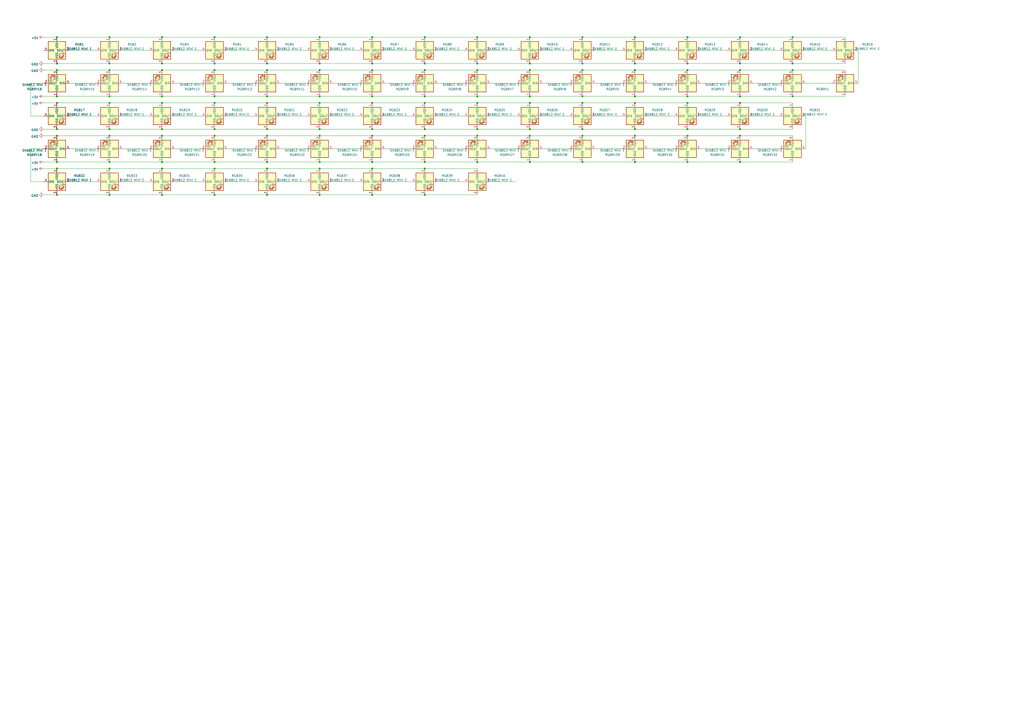
<source format=kicad_sch>
(kicad_sch (version 20211123) (generator eeschema)
  (paper "A2")
  (lib_symbols
    (symbol "LED:WS2812B" (pin_names (offset 0.254))
      (property "Reference" "D" (at 5.08 5.715 0))
      (property "Value" "WS2812B" (at 1.27 -5.715 0))
      (symbol "WS2812B_0_0"
        (text "RGB" (at 2.286 -4.191 0) (effects (font (size 0.762 0.762))))
      )
      (symbol "WS2812B_0_1"
        (polyline (pts (xy 1.27 -3.556) (xy 1.778 -3.556)))
        (polyline (pts (xy 1.27 -2.54) (xy 1.778 -2.54)))
        (polyline (pts (xy 4.699 -3.556) (xy 2.667 -3.556)))
        (polyline (pts (xy 2.286 -2.54) (xy 1.27 -3.556) (xy 1.27 -3.048)))
        (polyline (pts (xy 2.286 -1.524) (xy 1.27 -2.54) (xy 1.27 -2.032)))
        (polyline (pts (xy 3.683 -1.016) (xy 3.683 -3.556) (xy 3.683 -4.064)))
        (polyline (pts (xy 4.699 -1.524) (xy 2.667 -1.524) (xy 3.683 -3.556) (xy 4.699 -1.524)))
        (rectangle (start 5.08 5.08) (end -5.08 -5.08) (stroke (width 0.254)) (fill (type background)))
      )
      (symbol "WS2812B_1_1"
        (pin power_in line (at 0 7.62 270) (length 2.54) (name "VDD") (number "1"))
        (pin output line (at 7.62 0 180) (length 2.54) (name "DOUT") (number "2"))
        (pin power_in line (at 0 -7.62 90) (length 2.54) (name "VSS") (number "3"))
        (pin input line (at -7.62 0 0) (length 2.54) (name "DIN") (number "4"))
      )
    )
    (symbol "power:+5V" (power) (pin_names (offset 0))
      (property "Value" "+5V" (at 0 3.556 0))
      (symbol "+5V_0_1"
        (polyline (pts (xy -0.762 1.27) (xy 0 2.54)))
        (polyline (pts (xy 0 0) (xy 0 2.54)))
        (polyline (pts (xy 0 2.54) (xy 0.762 1.27)))
      )
      (symbol "+5V_1_1"
        (pin power_in line (at 0 0 90) (length 0) hide (name "+5V") (number "1"))
      )
    )
    (symbol "power:GND" (power) (pin_names (offset 0))
      (property "Value" "GND" (at 0 -3.81 0))
      (symbol "GND_0_1"
        (polyline (pts (xy 0 0) (xy 0 -1.27) (xy 1.27 -1.27) (xy 0 -2.54) (xy -1.27 -1.27) (xy 0 -1.27)))
      )
      (symbol "GND_1_1"
        (pin power_in line (at 0 0 270) (length 0) hide (name "GND") (number "1"))
      )
    )
  )
  (junction (at 429.26 36.83))
  (junction (at 124.46 78.74))
  (junction (at 307.34 55.88))
  (junction (at 154.94 74.93))
  (junction (at 154.94 40.64))
  (junction (at 215.9 21.59))
  (junction (at 398.78 59.69))
  (junction (at 459.74 36.83))
  (junction (at 276.86 36.83))
  (junction (at 63.5 74.93))
  (junction (at 246.38 93.98))
  (junction (at 398.78 40.64))
  (junction (at 307.34 78.74))
  (junction (at 429.26 55.88))
  (junction (at 276.86 21.59))
  (junction (at 154.94 55.88))
  (junction (at 429.26 59.69))
  (junction (at 398.78 55.88))
  (junction (at 185.42 55.88))
  (junction (at 63.5 36.83))
  (junction (at 215.9 40.64))
  (junction (at 276.86 78.74))
  (junction (at 368.3 93.98))
  (junction (at 124.46 21.59))
  (junction (at 307.34 40.64))
  (junction (at 33.02 74.93))
  (junction (at 124.46 97.79))
  (junction (at 215.9 74.93))
  (junction (at 307.34 59.69))
  (junction (at 276.86 40.64))
  (junction (at 307.34 74.93))
  (junction (at 307.34 21.59))
  (junction (at 185.42 40.64))
  (junction (at 429.26 40.64))
  (junction (at 33.02 59.69))
  (junction (at 33.02 113.03))
  (junction (at 185.42 21.59))
  (junction (at 368.3 55.88))
  (junction (at 429.26 21.59))
  (junction (at 33.02 55.88))
  (junction (at 124.46 74.93))
  (junction (at 185.42 97.79))
  (junction (at 93.98 93.98))
  (junction (at 337.82 78.74))
  (junction (at 398.78 36.83))
  (junction (at 246.38 113.03))
  (junction (at 154.94 59.69))
  (junction (at 33.02 21.59))
  (junction (at 337.82 21.59))
  (junction (at 368.3 74.93))
  (junction (at 154.94 36.83))
  (junction (at 63.5 55.88))
  (junction (at 398.78 74.93))
  (junction (at 215.9 36.83))
  (junction (at 124.46 55.88))
  (junction (at 185.42 36.83))
  (junction (at 215.9 55.88))
  (junction (at 93.98 78.74))
  (junction (at 246.38 97.79))
  (junction (at 124.46 59.69))
  (junction (at 276.86 59.69))
  (junction (at 337.82 93.98))
  (junction (at 185.42 78.74))
  (junction (at 215.9 113.03))
  (junction (at 246.38 78.74))
  (junction (at 154.94 113.03))
  (junction (at 337.82 59.69))
  (junction (at 246.38 40.64))
  (junction (at 185.42 93.98))
  (junction (at 276.86 93.98))
  (junction (at 276.86 55.88))
  (junction (at 459.74 55.88))
  (junction (at 33.02 93.98))
  (junction (at 459.74 21.59))
  (junction (at 63.5 78.74))
  (junction (at 368.3 78.74))
  (junction (at 93.98 113.03))
  (junction (at 93.98 55.88))
  (junction (at 124.46 36.83))
  (junction (at 93.98 59.69))
  (junction (at 398.78 78.74))
  (junction (at 337.82 36.83))
  (junction (at 337.82 40.64))
  (junction (at 246.38 74.93))
  (junction (at 63.5 59.69))
  (junction (at 246.38 59.69))
  (junction (at 154.94 93.98))
  (junction (at 337.82 55.88))
  (junction (at 63.5 21.59))
  (junction (at 93.98 74.93))
  (junction (at 459.74 40.64))
  (junction (at 33.02 97.79))
  (junction (at 33.02 40.64))
  (junction (at 33.02 78.74))
  (junction (at 63.5 113.03))
  (junction (at 154.94 97.79))
  (junction (at 63.5 97.79))
  (junction (at 93.98 21.59))
  (junction (at 215.9 93.98))
  (junction (at 124.46 113.03))
  (junction (at 429.26 93.98))
  (junction (at 185.42 59.69))
  (junction (at 93.98 97.79))
  (junction (at 307.34 93.98))
  (junction (at 215.9 78.74))
  (junction (at 93.98 40.64))
  (junction (at 398.78 21.59))
  (junction (at 33.02 36.83))
  (junction (at 185.42 74.93))
  (junction (at 215.9 59.69))
  (junction (at 368.3 36.83))
  (junction (at 246.38 21.59))
  (junction (at 368.3 40.64))
  (junction (at 185.42 113.03))
  (junction (at 215.9 97.79))
  (junction (at 368.3 21.59))
  (junction (at 429.26 78.74))
  (junction (at 429.26 74.93))
  (junction (at 93.98 36.83))
  (junction (at 246.38 36.83))
  (junction (at 246.38 55.88))
  (junction (at 124.46 40.64))
  (junction (at 124.46 93.98))
  (junction (at 154.94 78.74))
  (junction (at 154.94 21.59))
  (junction (at 368.3 59.69))
  (junction (at 307.34 36.83))
  (junction (at 63.5 93.98))
  (junction (at 337.82 74.93))
  (junction (at 63.5 40.64))
  (junction (at 276.86 74.93))
  (junction (at 398.78 93.98))
  (wire (pts (xy 147.32 86.36) (xy 132.08 86.36)))
  (wire (pts (xy 330.2 86.36) (xy 314.96 86.36)))
  (wire (pts (xy 63.5 21.59) (xy 93.98 21.59)))
  (wire (pts (xy 215.9 55.88) (xy 185.42 55.88)))
  (wire (pts (xy 337.82 55.88) (xy 307.34 55.88)))
  (wire (pts (xy 71.12 29.21) (xy 86.36 29.21)))
  (wire (pts (xy 124.46 113.03) (xy 154.94 113.03)))
  (wire (pts (xy 391.16 86.36) (xy 375.92 86.36)))
  (wire (pts (xy 482.6 48.26) (xy 467.36 48.26)))
  (wire (pts (xy 17.78 105.41) (xy 25.4 105.41)))
  (wire (pts (xy 93.98 93.98) (xy 63.5 93.98)))
  (wire (pts (xy 276.86 36.83) (xy 307.34 36.83)))
  (wire (pts (xy 254 29.21) (xy 269.24 29.21)))
  (wire (pts (xy 154.94 36.83) (xy 185.42 36.83)))
  (wire (pts (xy 124.46 97.79) (xy 154.94 97.79)))
  (wire (pts (xy 421.64 48.26) (xy 406.4 48.26)))
  (wire (pts (xy 185.42 74.93) (xy 215.9 74.93)))
  (wire (pts (xy 177.8 86.36) (xy 162.56 86.36)))
  (wire (pts (xy 368.3 78.74) (xy 337.82 78.74)))
  (wire (pts (xy 124.46 74.93) (xy 154.94 74.93)))
  (wire (pts (xy 398.78 93.98) (xy 368.3 93.98)))
  (wire (pts (xy 25.4 36.83) (xy 33.02 36.83)))
  (wire (pts (xy 246.38 36.83) (xy 276.86 36.83)))
  (wire (pts (xy 246.38 21.59) (xy 276.86 21.59)))
  (wire (pts (xy 368.3 21.59) (xy 398.78 21.59)))
  (wire (pts (xy 459.74 55.88) (xy 429.26 55.88)))
  (wire (pts (xy 429.26 78.74) (xy 459.74 78.74)))
  (wire (pts (xy 132.08 29.21) (xy 147.32 29.21)))
  (wire (pts (xy 215.9 93.98) (xy 185.42 93.98)))
  (wire (pts (xy 40.64 105.41) (xy 55.88 105.41)))
  (wire (pts (xy 63.5 36.83) (xy 93.98 36.83)))
  (wire (pts (xy 284.48 105.41) (xy 299.72 105.41)))
  (wire (pts (xy 368.3 55.88) (xy 337.82 55.88)))
  (wire (pts (xy 154.94 21.59) (xy 185.42 21.59)))
  (wire (pts (xy 63.5 78.74) (xy 33.02 78.74)))
  (wire (pts (xy 25.4 40.64) (xy 33.02 40.64)))
  (wire (pts (xy 17.78 67.31) (xy 25.4 67.31)))
  (wire (pts (xy 25.4 113.03) (xy 33.02 113.03)))
  (wire (pts (xy 406.4 67.31) (xy 421.64 67.31)))
  (wire (pts (xy 276.86 78.74) (xy 246.38 78.74)))
  (wire (pts (xy 391.16 48.26) (xy 375.92 48.26)))
  (wire (pts (xy 185.42 78.74) (xy 154.94 78.74)))
  (wire (pts (xy 185.42 93.98) (xy 154.94 93.98)))
  (wire (pts (xy 345.44 67.31) (xy 360.68 67.31)))
  (wire (pts (xy 25.4 97.79) (xy 33.02 97.79)))
  (wire (pts (xy 246.38 113.03) (xy 276.86 113.03)))
  (wire (pts (xy 337.82 93.98) (xy 307.34 93.98)))
  (wire (pts (xy 185.42 36.83) (xy 215.9 36.83)))
  (wire (pts (xy 307.34 59.69) (xy 337.82 59.69)))
  (wire (pts (xy 116.84 86.36) (xy 101.6 86.36)))
  (wire (pts (xy 398.78 36.83) (xy 429.26 36.83)))
  (wire (pts (xy 314.96 67.31) (xy 330.2 67.31)))
  (wire (pts (xy 337.82 78.74) (xy 307.34 78.74)))
  (wire (pts (xy 276.86 21.59) (xy 307.34 21.59)))
  (wire (pts (xy 154.94 97.79) (xy 185.42 97.79)))
  (wire (pts (xy 116.84 48.26) (xy 101.6 48.26)))
  (wire (pts (xy 398.78 55.88) (xy 368.3 55.88)))
  (wire (pts (xy 25.4 48.26) (xy 17.78 48.26)))
  (wire (pts (xy 71.12 105.41) (xy 86.36 105.41)))
  (wire (pts (xy 33.02 97.79) (xy 63.5 97.79)))
  (wire (pts (xy 246.38 40.64) (xy 215.9 40.64)))
  (wire (pts (xy 467.36 67.31) (xy 467.36 86.36)))
  (wire (pts (xy 193.04 67.31) (xy 208.28 67.31)))
  (wire (pts (xy 40.64 67.31) (xy 55.88 67.31)))
  (wire (pts (xy 185.42 97.79) (xy 215.9 97.79)))
  (wire (pts (xy 25.4 78.74) (xy 33.02 78.74)))
  (wire (pts (xy 398.78 21.59) (xy 429.26 21.59)))
  (wire (pts (xy 25.4 86.36) (xy 17.78 86.36)))
  (wire (pts (xy 17.78 86.36) (xy 17.78 105.41)))
  (wire (pts (xy 337.82 36.83) (xy 368.3 36.83)))
  (wire (pts (xy 368.3 93.98) (xy 337.82 93.98)))
  (wire (pts (xy 269.24 48.26) (xy 254 48.26)))
  (wire (pts (xy 299.72 48.26) (xy 284.48 48.26)))
  (wire (pts (xy 33.02 40.64) (xy 63.5 40.64)))
  (wire (pts (xy 429.26 93.98) (xy 398.78 93.98)))
  (wire (pts (xy 337.82 40.64) (xy 307.34 40.64)))
  (wire (pts (xy 71.12 67.31) (xy 86.36 67.31)))
  (wire (pts (xy 215.9 97.79) (xy 246.38 97.79)))
  (wire (pts (xy 40.64 29.21) (xy 55.88 29.21)))
  (wire (pts (xy 124.46 21.59) (xy 154.94 21.59)))
  (wire (pts (xy 93.98 78.74) (xy 63.5 78.74)))
  (wire (pts (xy 154.94 78.74) (xy 124.46 78.74)))
  (wire (pts (xy 25.4 59.69) (xy 33.02 59.69)))
  (wire (pts (xy 254 105.41) (xy 269.24 105.41)))
  (wire (pts (xy 223.52 29.21) (xy 238.76 29.21)))
  (wire (pts (xy 132.08 105.41) (xy 147.32 105.41)))
  (wire (pts (xy 452.12 86.36) (xy 436.88 86.36)))
  (wire (pts (xy 33.02 113.03) (xy 63.5 113.03)))
  (wire (pts (xy 25.4 93.98) (xy 33.02 93.98)))
  (wire (pts (xy 314.96 29.21) (xy 330.2 29.21)))
  (wire (pts (xy 238.76 86.36) (xy 223.52 86.36)))
  (wire (pts (xy 215.9 36.83) (xy 246.38 36.83)))
  (wire (pts (xy 93.98 97.79) (xy 124.46 97.79)))
  (wire (pts (xy 490.22 55.88) (xy 459.74 55.88)))
  (wire (pts (xy 25.4 55.88) (xy 33.02 55.88)))
  (wire (pts (xy 124.46 59.69) (xy 154.94 59.69)))
  (wire (pts (xy 63.5 97.79) (xy 93.98 97.79)))
  (wire (pts (xy 215.9 21.59) (xy 246.38 21.59)))
  (wire (pts (xy 215.9 40.64) (xy 185.42 40.64)))
  (wire (pts (xy 284.48 67.31) (xy 299.72 67.31)))
  (wire (pts (xy 368.3 40.64) (xy 337.82 40.64)))
  (wire (pts (xy 246.38 74.93) (xy 276.86 74.93)))
  (wire (pts (xy 154.94 74.93) (xy 185.42 74.93)))
  (wire (pts (xy 254 67.31) (xy 269.24 67.31)))
  (wire (pts (xy 101.6 67.31) (xy 116.84 67.31)))
  (wire (pts (xy 93.98 74.93) (xy 124.46 74.93)))
  (wire (pts (xy 185.42 59.69) (xy 215.9 59.69)))
  (wire (pts (xy 436.88 67.31) (xy 452.12 67.31)))
  (wire (pts (xy 368.3 74.93) (xy 398.78 74.93)))
  (wire (pts (xy 193.04 29.21) (xy 208.28 29.21)))
  (wire (pts (xy 307.34 78.74) (xy 276.86 78.74)))
  (wire (pts (xy 215.9 78.74) (xy 185.42 78.74)))
  (wire (pts (xy 215.9 59.69) (xy 246.38 59.69)))
  (wire (pts (xy 421.64 86.36) (xy 406.4 86.36)))
  (wire (pts (xy 360.68 86.36) (xy 345.44 86.36)))
  (wire (pts (xy 193.04 105.41) (xy 208.28 105.41)))
  (wire (pts (xy 185.42 113.03) (xy 215.9 113.03)))
  (wire (pts (xy 93.98 55.88) (xy 63.5 55.88)))
  (wire (pts (xy 124.46 78.74) (xy 93.98 78.74)))
  (wire (pts (xy 33.02 74.93) (xy 63.5 74.93)))
  (wire (pts (xy 429.26 78.74) (xy 398.78 78.74)))
  (wire (pts (xy 33.02 59.69) (xy 63.5 59.69)))
  (wire (pts (xy 276.86 40.64) (xy 246.38 40.64)))
  (wire (pts (xy 208.28 86.36) (xy 193.04 86.36)))
  (wire (pts (xy 276.86 93.98) (xy 246.38 93.98)))
  (wire (pts (xy 25.4 21.59) (xy 33.02 21.59)))
  (wire (pts (xy 154.94 93.98) (xy 124.46 93.98)))
  (wire (pts (xy 33.02 36.83) (xy 63.5 36.83)))
  (wire (pts (xy 452.12 48.26) (xy 436.88 48.26)))
  (wire (pts (xy 63.5 74.93) (xy 93.98 74.93)))
  (wire (pts (xy 269.24 86.36) (xy 254 86.36)))
  (wire (pts (xy 162.56 105.41) (xy 177.8 105.41)))
  (wire (pts (xy 375.92 67.31) (xy 391.16 67.31)))
  (wire (pts (xy 307.34 40.64) (xy 276.86 40.64)))
  (wire (pts (xy 459.74 93.98) (xy 429.26 93.98)))
  (wire (pts (xy 147.32 48.26) (xy 132.08 48.26)))
  (wire (pts (xy 124.46 40.64) (xy 93.98 40.64)))
  (wire (pts (xy 25.4 74.93) (xy 33.02 74.93)))
  (wire (pts (xy 154.94 55.88) (xy 124.46 55.88)))
  (wire (pts (xy 93.98 59.69) (xy 124.46 59.69)))
  (wire (pts (xy 93.98 40.64) (xy 63.5 40.64)))
  (wire (pts (xy 284.48 29.21) (xy 299.72 29.21)))
  (wire (pts (xy 33.02 55.88) (xy 63.5 55.88)))
  (wire (pts (xy 33.02 21.59) (xy 63.5 21.59)))
  (wire (pts (xy 360.68 48.26) (xy 345.44 48.26)))
  (wire (pts (xy 398.78 78.74) (xy 368.3 78.74)))
  (wire (pts (xy 459.74 40.64) (xy 490.22 40.64)))
  (wire (pts (xy 246.38 97.79) (xy 276.86 97.79)))
  (wire (pts (xy 124.46 55.88) (xy 93.98 55.88)))
  (wire (pts (xy 307.34 36.83) (xy 337.82 36.83)))
  (wire (pts (xy 307.34 74.93) (xy 337.82 74.93)))
  (wire (pts (xy 246.38 93.98) (xy 215.9 93.98)))
  (wire (pts (xy 459.74 36.83) (xy 490.22 36.83)))
  (wire (pts (xy 429.26 40.64) (xy 398.78 40.64)))
  (wire (pts (xy 223.52 67.31) (xy 238.76 67.31)))
  (wire (pts (xy 55.88 86.36) (xy 40.64 86.36)))
  (wire (pts (xy 177.8 48.26) (xy 162.56 48.26)))
  (wire (pts (xy 299.72 86.36) (xy 284.48 86.36)))
  (wire (pts (xy 215.9 113.03) (xy 246.38 113.03)))
  (wire (pts (xy 215.9 74.93) (xy 246.38 74.93)))
  (wire (pts (xy 124.46 36.83) (xy 154.94 36.83)))
  (wire (pts (xy 154.94 59.69) (xy 185.42 59.69)))
  (wire (pts (xy 55.88 48.26) (xy 40.64 48.26)))
  (wire (pts (xy 307.34 21.59) (xy 337.82 21.59)))
  (wire (pts (xy 185.42 21.59) (xy 215.9 21.59)))
  (wire (pts (xy 208.28 48.26) (xy 193.04 48.26)))
  (wire (pts (xy 17.78 48.26) (xy 17.78 67.31)))
  (wire (pts (xy 154.94 113.03) (xy 185.42 113.03)))
  (wire (pts (xy 101.6 105.41) (xy 116.84 105.41)))
  (wire (pts (xy 345.44 29.21) (xy 360.68 29.21)))
  (wire (pts (xy 101.6 29.21) (xy 116.84 29.21)))
  (wire (pts (xy 337.82 59.69) (xy 368.3 59.69)))
  (wire (pts (xy 398.78 40.64) (xy 368.3 40.64)))
  (wire (pts (xy 162.56 67.31) (xy 177.8 67.31)))
  (wire (pts (xy 124.46 93.98) (xy 93.98 93.98)))
  (wire (pts (xy 86.36 86.36) (xy 71.12 86.36)))
  (wire (pts (xy 429.26 21.59) (xy 459.74 21.59)))
  (wire (pts (xy 337.82 74.93) (xy 368.3 74.93)))
  (wire (pts (xy 185.42 55.88) (xy 154.94 55.88)))
  (wire (pts (xy 63.5 113.03) (xy 93.98 113.03)))
  (wire (pts (xy 246.38 78.74) (xy 215.9 78.74)))
  (wire (pts (xy 132.08 67.31) (xy 147.32 67.31)))
  (wire (pts (xy 459.74 21.59) (xy 490.22 21.59)))
  (wire (pts (xy 436.88 29.21) (xy 452.12 29.21)))
  (wire (pts (xy 246.38 55.88) (xy 215.9 55.88)))
  (wire (pts (xy 93.98 36.83) (xy 124.46 36.83)))
  (wire (pts (xy 307.34 55.88) (xy 276.86 55.88)))
  (wire (pts (xy 246.38 59.69) (xy 276.86 59.69)))
  (wire (pts (xy 63.5 59.69) (xy 93.98 59.69)))
  (wire (pts (xy 154.94 40.64) (xy 124.46 40.64)))
  (wire (pts (xy 93.98 113.03) (xy 124.46 113.03)))
  (wire (pts (xy 429.26 36.83) (xy 459.74 36.83)))
  (wire (pts (xy 497.84 29.21) (xy 497.84 48.26)))
  (wire (pts (xy 63.5 93.98) (xy 33.02 93.98)))
  (wire (pts (xy 368.3 59.69) (xy 398.78 59.69)))
  (wire (pts (xy 398.78 59.69) (xy 429.26 59.69)))
  (wire (pts (xy 307.34 93.98) (xy 276.86 93.98)))
  (wire (pts (xy 429.26 59.69) (xy 459.74 59.69)))
  (wire (pts (xy 86.36 48.26) (xy 71.12 48.26)))
  (wire (pts (xy 330.2 48.26) (xy 314.96 48.26)))
  (wire (pts (xy 467.36 29.21) (xy 482.6 29.21)))
  (wire (pts (xy 276.86 55.88) (xy 246.38 55.88)))
  (wire (pts (xy 238.76 48.26) (xy 223.52 48.26)))
  (wire (pts (xy 406.4 29.21) (xy 421.64 29.21)))
  (wire (pts (xy 429.26 74.93) (xy 459.74 74.93)))
  (wire (pts (xy 368.3 36.83) (xy 398.78 36.83)))
  (wire (pts (xy 93.98 21.59) (xy 124.46 21.59)))
  (wire (pts (xy 375.92 29.21) (xy 391.16 29.21)))
  (wire (pts (xy 276.86 59.69) (xy 307.34 59.69)))
  (wire (pts (xy 429.26 55.88) (xy 398.78 55.88)))
  (wire (pts (xy 223.52 105.41) (xy 238.76 105.41)))
  (wire (pts (xy 185.42 40.64) (xy 154.94 40.64)))
  (wire (pts (xy 459.74 40.64) (xy 429.26 40.64)))
  (wire (pts (xy 162.56 29.21) (xy 177.8 29.21)))
  (wire (pts (xy 276.86 74.93) (xy 307.34 74.93)))
  (wire (pts (xy 398.78 74.93) (xy 429.26 74.93)))
  (wire (pts (xy 337.82 21.59) (xy 368.3 21.59)))
  (symbol (lib_id "LED:WS2812B") (at 124.46 48.26 180) (unit 1)
    (property "Reference" "RGBRV13" (at 111.4327 51.7184 0))
    (property "Value" "SK6812 Mini E" (at 111.4327 49.1815 0))
    (property "Footprint" "ebastler-keyboard-parts:MX_SK6812MINI-E" (effects hide))
    (property "Datasheet" "https://cdn-shop.adafruit.com/datasheets/WS2812B.pdf" (effects hide))
  )
  (symbol (lib_id "LED:WS2812B") (at 124.46 29.21 0) (unit 1)
    (property "Reference" "RGB4" (at 137.4873 25.7516 0))
    (property "Value" "SK6812 Mini E" (at 137.4873 28.2885 0))
    (property "Footprint" "ebastler-keyboard-parts:MX_SK6812MINI-E_REV" (effects hide))
    (property "Datasheet" "https://cdn-shop.adafruit.com/datasheets/WS2812B.pdf" (effects hide))
  )
  (symbol (lib_id "LED:WS2812B") (at 215.9 67.31 0) (unit 1)
    (property "Reference" "RGB23" (at 228.9273 63.8516 0))
    (property "Value" "SK6812 Mini E" (at 228.9273 66.3885 0))
    (property "Footprint" "ebastler-keyboard-parts:MX_SK6812MINI-E_REV" (effects hide))
    (property "Datasheet" "https://cdn-shop.adafruit.com/datasheets/WS2812B.pdf" (effects hide))
  )
  (symbol (lib_id "LED:WS2812B") (at 215.9 86.36 180) (unit 1)
    (property "Reference" "RGBRV24" (at 202.8727 89.8184 0))
    (property "Value" "SK6812 Mini E" (at 202.8727 87.2815 0))
    (property "Footprint" "ebastler-keyboard-parts:MX_SK6812MINI-E" (effects hide))
    (property "Datasheet" "https://cdn-shop.adafruit.com/datasheets/WS2812B.pdf" (effects hide))
  )
  (symbol (lib_id "LED:WS2812B") (at 33.02 29.21 0) (unit 1)
    (property "Reference" "RGB1" (at 46.0473 25.7516 0))
    (property "Value" "SK6812 Mini E" (at 46.0473 28.2885 0))
    (property "Footprint" "ebastler-keyboard-parts:MX_SK6812MINI-E_REV" (effects hide))
    (property "Datasheet" "https://cdn-shop.adafruit.com/datasheets/WS2812B.pdf" (effects hide))
  )
  (symbol (lib_id "LED:WS2812B") (at 429.26 48.26 180) (unit 1)
    (property "Reference" "RGBRV3" (at 416.2327 51.7184 0))
    (property "Value" "SK6812 Mini E" (at 416.2327 49.1815 0))
    (property "Footprint" "ebastler-keyboard-parts:MX_SK6812MINI-E" (effects hide))
    (property "Datasheet" "https://cdn-shop.adafruit.com/datasheets/WS2812B.pdf" (effects hide))
  )
  (symbol (lib_id "LED:WS2812B") (at 246.38 29.21 0) (unit 1)
    (property "Reference" "RGB8" (at 259.4073 25.7516 0))
    (property "Value" "SK6812 Mini E" (at 259.4073 28.2885 0))
    (property "Footprint" "ebastler-keyboard-parts:MX_SK6812MINI-E_REV" (effects hide))
    (property "Datasheet" "https://cdn-shop.adafruit.com/datasheets/WS2812B.pdf" (effects hide))
  )
  (symbol (lib_id "LED:WS2812B") (at 307.34 29.21 0) (unit 1)
    (property "Reference" "RGB10" (at 320.3673 25.7516 0))
    (property "Value" "SK6812 Mini E" (at 320.3673 28.2885 0))
    (property "Footprint" "ebastler-keyboard-parts:MX_SK6812MINI-E_REV" (effects hide))
    (property "Datasheet" "https://cdn-shop.adafruit.com/datasheets/WS2812B.pdf" (effects hide))
  )
  (symbol (lib_id "LED:WS2812B") (at 33.02 105.41 0) (unit 1)
    (property "Reference" "RGB32" (at 46.0473 101.9516 0))
    (property "Value" "SK6812 Mini E" (at 46.0473 104.4885 0))
    (property "Footprint" "ebastler-keyboard-parts:MX_SK6812MINI-E_REV" (effects hide))
    (property "Datasheet" "https://cdn-shop.adafruit.com/datasheets/WS2812B.pdf" (effects hide))
  )
  (symbol (lib_id "LED:WS2812B") (at 215.9 29.21 0) (unit 1)
    (property "Reference" "RGB7" (at 228.9273 25.7516 0))
    (property "Value" "SK6812 Mini E" (at 228.9273 28.2885 0))
    (property "Footprint" "ebastler-keyboard-parts:MX_SK6812MINI-E_REV" (effects hide))
    (property "Datasheet" "https://cdn-shop.adafruit.com/datasheets/WS2812B.pdf" (effects hide))
  )
  (symbol (lib_id "LED:WS2812B") (at 246.38 67.31 0) (unit 1)
    (property "Reference" "RGB24" (at 259.4073 63.8516 0))
    (property "Value" "SK6812 Mini E" (at 259.4073 66.3885 0))
    (property "Footprint" "ebastler-keyboard-parts:MX_SK6812MINI-E_REV" (effects hide))
    (property "Datasheet" "https://cdn-shop.adafruit.com/datasheets/WS2812B.pdf" (effects hide))
  )
  (symbol (lib_id "LED:WS2812B") (at 368.3 29.21 0) (unit 1)
    (property "Reference" "RGB12" (at 381.3273 25.7516 0))
    (property "Value" "SK6812 Mini E" (at 381.3273 28.2885 0))
    (property "Footprint" "ebastler-keyboard-parts:MX_SK6812MINI-E_REV" (effects hide))
    (property "Datasheet" "https://cdn-shop.adafruit.com/datasheets/WS2812B.pdf" (effects hide))
  )
  (symbol (lib_id "LED:WS2812B") (at 337.82 48.26 180) (unit 1)
    (property "Reference" "RGBRV6" (at 324.7927 51.7184 0))
    (property "Value" "SK6812 Mini E" (at 324.7927 49.1815 0))
    (property "Footprint" "ebastler-keyboard-parts:MX_SK6812MINI-E" (effects hide))
    (property "Datasheet" "https://cdn-shop.adafruit.com/datasheets/WS2812B.pdf" (effects hide))
  )
  (symbol (lib_id "LED:WS2812B") (at 185.42 29.21 0) (unit 1)
    (property "Reference" "RGB6" (at 198.4473 25.7516 0))
    (property "Value" "SK6812 Mini E" (at 198.4473 28.2885 0))
    (property "Footprint" "ebastler-keyboard-parts:MX_SK6812MINI-E_REV" (effects hide))
    (property "Datasheet" "https://cdn-shop.adafruit.com/datasheets/WS2812B.pdf" (effects hide))
  )
  (symbol (lib_id "LED:WS2812B") (at 490.22 48.26 180) (unit 1)
    (property "Reference" "RGBRV1" (at 477.1927 51.7184 0))
    (property "Datasheet" "https://cdn-shop.adafruit.com/datasheets/WS2812B.pdf" (effects hide))
  )
  (symbol (lib_id "LED:WS2812B") (at 185.42 48.26 180) (unit 1)
    (property "Reference" "RGBRV11" (at 172.3927 51.7184 0))
    (property "Value" "SK6812 Mini E" (at 172.3927 49.1815 0))
    (property "Footprint" "ebastler-keyboard-parts:MX_SK6812MINI-E" (effects hide))
    (property "Datasheet" "https://cdn-shop.adafruit.com/datasheets/WS2812B.pdf" (effects hide))
  )
  (symbol (lib_id "LED:WS2812B") (at 154.94 67.31 0) (unit 1)
    (property "Reference" "RGB21" (at 167.9673 63.8516 0))
    (property "Value" "SK6812 Mini E" (at 167.9673 66.3885 0))
    (property "Footprint" "ebastler-keyboard-parts:MX_SK6812MINI-E_REV" (effects hide))
    (property "Datasheet" "https://cdn-shop.adafruit.com/datasheets/WS2812B.pdf" (effects hide))
  )
  (symbol (lib_id "LED:WS2812B") (at 246.38 48.26 180) (unit 1)
    (property "Reference" "RGBRV9" (at 233.3527 51.7184 0))
    (property "Value" "SK6812 Mini E" (at 233.3527 49.1815 0))
    (property "Footprint" "ebastler-keyboard-parts:MX_SK6812MINI-E" (effects hide))
    (property "Datasheet" "https://cdn-shop.adafruit.com/datasheets/WS2812B.pdf" (effects hide))
  )
  (symbol (lib_id "power:GND") (at 25.4 113.03 270) (unit 1)
    (property "Reference" "#PWR0106" (effects hide))
    (property "Value" "GND" (at 22.2251 113.4638 90) (effects (justify right)))
  )
  (symbol (lib_id "LED:WS2812B") (at 398.78 67.31 0) (unit 1)
    (property "Reference" "RGB29" (at 411.8073 63.8516 0))
    (property "Value" "SK6812 Mini E" (at 411.8073 66.3885 0))
    (property "Footprint" "ebastler-keyboard-parts:MX_SK6812MINI-E_REV" (effects hide))
    (property "Datasheet" "https://cdn-shop.adafruit.com/datasheets/WS2812B.pdf" (effects hide))
  )
  (symbol (lib_id "LED:WS2812B") (at 215.9 48.26 180) (unit 1)
    (property "Reference" "RGBRV10" (at 202.8727 51.7184 0))
    (property "Value" "SK6812 Mini E" (at 202.8727 49.1815 0))
    (property "Footprint" "ebastler-keyboard-parts:MX_SK6812MINI-E" (effects hide))
    (property "Datasheet" "https://cdn-shop.adafruit.com/datasheets/WS2812B.pdf" (effects hide))
  )
  (symbol (lib_id "LED:WS2812B") (at 459.74 48.26 180) (unit 1)
    (property "Reference" "RGBRV2" (at 446.7127 51.7184 0))
    (property "Value" "SK6812 Mini E" (at 446.7127 49.1815 0))
    (property "Footprint" "ebastler-keyboard-parts:MX_SK6812MINI-E" (effects hide))
    (property "Datasheet" "https://cdn-shop.adafruit.com/datasheets/WS2812B.pdf" (effects hide))
  )
  (symbol (lib_id "LED:WS2812B") (at 307.34 86.36 180) (unit 1)
    (property "Reference" "RGBRV27" (at 294.3127 89.8184 0))
    (property "Value" "SK6812 Mini E" (at 294.3127 87.2815 0))
    (property "Footprint" "ebastler-keyboard-parts:MX_SK6812MINI-E" (effects hide))
    (property "Datasheet" "https://cdn-shop.adafruit.com/datasheets/WS2812B.pdf" (effects hide))
  )
  (symbol (lib_id "power:+5V") (at 25.4 97.79 90) (unit 1)
    (property "Reference" "#PWR0105" (effects hide))
    (property "Value" "+5V" (at 22.2251 98.2238 90) (effects (justify left)))
  )
  (symbol (lib_id "power:+5V") (at 25.4 59.69 90) (unit 1)
    (property "Reference" "#PWR0102" (effects hide))
    (property "Value" "+5V" (at 22.2251 60.1238 90) (effects (justify left)))
  )
  (symbol (lib_id "LED:WS2812B") (at 276.86 67.31 0) (unit 1)
    (property "Reference" "RGB25" (at 289.8873 63.8516 0))
    (property "Value" "SK6812 Mini E" (at 289.8873 66.3885 0))
    (property "Footprint" "ebastler-keyboard-parts:MX_SK6812MINI-E_REV" (effects hide))
    (property "Datasheet" "https://cdn-shop.adafruit.com/datasheets/WS2812B.pdf" (effects hide))
  )
  (symbol (lib_id "LED:WS2812B") (at 459.74 29.21 0) (unit 1)
    (property "Reference" "RGB15" (at 472.7673 25.7516 0))
    (property "Value" "SK6812 Mini E" (at 472.7673 28.2885 0))
    (property "Footprint" "ebastler-keyboard-parts:MX_SK6812MINI-E_REV" (effects hide))
    (property "Datasheet" "https://cdn-shop.adafruit.com/datasheets/WS2812B.pdf" (effects hide))
  )
  (symbol (lib_id "LED:WS2812B") (at 398.78 29.21 0) (unit 1)
    (property "Reference" "RGB13" (at 411.8073 25.7516 0))
    (property "Value" "SK6812 Mini E" (at 411.8073 28.2885 0))
    (property "Footprint" "ebastler-keyboard-parts:MX_SK6812MINI-E_REV" (effects hide))
    (property "Datasheet" "https://cdn-shop.adafruit.com/datasheets/WS2812B.pdf" (effects hide))
  )
  (symbol (lib_id "LED:WS2812B") (at 63.5 105.41 0) (unit 1)
    (property "Reference" "RGB33" (at 76.5273 101.9516 0))
    (property "Value" "SK6812 Mini E" (at 76.5273 104.4885 0))
    (property "Footprint" "ebastler-keyboard-parts:MX_SK6812MINI-E_REV" (effects hide))
    (property "Datasheet" "https://cdn-shop.adafruit.com/datasheets/WS2812B.pdf" (effects hide))
  )
  (symbol (lib_id "LED:WS2812B") (at 246.38 86.36 180) (unit 1)
    (property "Reference" "RGBRV25" (at 233.3527 89.8184 0))
    (property "Value" "SK6812 Mini E" (at 233.3527 87.2815 0))
    (property "Footprint" "ebastler-keyboard-parts:MX_SK6812MINI-E" (effects hide))
    (property "Datasheet" "https://cdn-shop.adafruit.com/datasheets/WS2812B.pdf" (effects hide))
  )
  (symbol (lib_id "LED:WS2812B") (at 337.82 86.36 180) (unit 1)
    (property "Reference" "RGBRV28" (at 324.7927 89.8184 0))
    (property "Value" "SK6812 Mini E" (at 324.7927 87.2815 0))
    (property "Footprint" "ebastler-keyboard-parts:MX_SK6812MINI-E" (effects hide))
    (property "Datasheet" "https://cdn-shop.adafruit.com/datasheets/WS2812B.pdf" (effects hide))
  )
  (symbol (lib_id "LED:WS2812B") (at 185.42 67.31 0) (unit 1)
    (property "Reference" "RGB22" (at 198.4473 63.8516 0))
    (property "Value" "SK6812 Mini E" (at 198.4473 66.3885 0))
    (property "Footprint" "ebastler-keyboard-parts:MX_SK6812MINI-E_REV" (effects hide))
    (property "Datasheet" "https://cdn-shop.adafruit.com/datasheets/WS2812B.pdf" (effects hide))
  )
  (symbol (lib_id "LED:WS2812B") (at 215.9 105.41 0) (unit 1)
    (property "Reference" "RGB38" (at 228.9273 101.9516 0))
    (property "Value" "SK6812 Mini E" (at 228.9273 104.4885 0))
    (property "Footprint" "ebastler-keyboard-parts:MX_SK6812MINI-E_REV" (effects hide))
    (property "Datasheet" "https://cdn-shop.adafruit.com/datasheets/WS2812B.pdf" (effects hide))
  )
  (symbol (lib_id "LED:WS2812B") (at 429.26 29.21 0) (unit 1)
    (property "Reference" "RGB14" (at 442.2873 25.7516 0))
    (property "Value" "SK6812 Mini E" (at 442.2873 28.2885 0))
    (property "Footprint" "ebastler-keyboard-parts:MX_SK6812MINI-E_REV" (effects hide))
    (property "Datasheet" "https://cdn-shop.adafruit.com/datasheets/WS2812B.pdf" (effects hide))
  )
  (symbol (lib_id "LED:WS2812B") (at 63.5 29.21 0) (unit 1)
    (property "Reference" "RGB2" (at 76.5273 25.7516 0))
    (property "Value" "SK6812 Mini E" (at 76.5273 28.2885 0))
    (property "Footprint" "ebastler-keyboard-parts:MX_SK6812MINI-E_REV" (effects hide))
    (property "Datasheet" "https://cdn-shop.adafruit.com/datasheets/WS2812B.pdf" (effects hide))
  )
  (symbol (lib_id "LED:WS2812B") (at 154.94 48.26 180) (unit 1)
    (property "Reference" "RGBRV12" (at 141.9127 51.7184 0))
    (property "Value" "SK6812 Mini E" (at 141.9127 49.1815 0))
    (property "Footprint" "ebastler-keyboard-parts:MX_SK6812MINI-E" (effects hide))
    (property "Datasheet" "https://cdn-shop.adafruit.com/datasheets/WS2812B.pdf" (effects hide))
  )
  (symbol (lib_id "LED:WS2812B") (at 33.02 67.31 0) (unit 1)
    (property "Reference" "RGB17" (at 46.0473 63.8516 0))
    (property "Value" "SK6812 Mini E" (at 46.0473 66.3885 0))
    (property "Footprint" "ebastler-keyboard-parts:MX_SK6812MINI-E_REV" (effects hide))
    (property "Datasheet" "https://cdn-shop.adafruit.com/datasheets/WS2812B.pdf" (effects hide))
  )
  (symbol (lib_id "LED:WS2812B") (at 490.22 29.21 0) (unit 1)
    (property "Reference" "RGB16" (at 503.2473 25.7516 0))
    (property "Value" "SK6812 Mini E" (at 503.2473 28.2885 0))
    (property "Footprint" "ebastler-keyboard-parts:MX_SK6812MINI-E_REV" (effects hide))
    (property "Datasheet" "https://cdn-shop.adafruit.com/datasheets/WS2812B.pdf" (effects hide))
  )
  (symbol (lib_id "power:+5V") (at 25.4 55.88 90) (unit 1)
    (property "Reference" "#PWR?" (effects hide))
    (property "Value" "+5V" (at 22.2251 56.3138 90) (effects (justify left)))
  )
  (symbol (lib_id "LED:WS2812B") (at 93.98 29.21 0) (unit 1)
    (property "Reference" "RGB3" (at 107.0073 25.7516 0))
    (property "Value" "SK6812 Mini E" (at 107.0073 28.2885 0))
    (property "Footprint" "ebastler-keyboard-parts:MX_SK6812MINI-E_REV" (effects hide))
    (property "Datasheet" "https://cdn-shop.adafruit.com/datasheets/WS2812B.pdf" (effects hide))
  )
  (symbol (lib_id "LED:WS2812B") (at 63.5 86.36 180) (unit 1)
    (property "Reference" "RGBRV19" (at 50.4727 89.8184 0))
    (property "Value" "SK6812 Mini E" (at 50.4727 87.2815 0))
    (property "Footprint" "ebastler-keyboard-parts:MX_SK6812MINI-E" (effects hide))
    (property "Datasheet" "https://cdn-shop.adafruit.com/datasheets/WS2812B.pdf" (effects hide))
  )
  (symbol (lib_id "LED:WS2812B") (at 154.94 29.21 0) (unit 1)
    (property "Reference" "RGB5" (at 167.9673 25.7516 0))
    (property "Value" "SK6812 Mini E" (at 167.9673 28.2885 0))
    (property "Footprint" "ebastler-keyboard-parts:MX_SK6812MINI-E_REV" (effects hide))
    (property "Datasheet" "https://cdn-shop.adafruit.com/datasheets/WS2812B.pdf" (effects hide))
  )
  (symbol (lib_id "LED:WS2812B") (at 33.02 48.26 180) (unit 1)
    (property "Reference" "RGBRV16" (at 19.9927 51.7184 0))
    (property "Value" "SK6812 Mini E" (at 19.9927 49.1815 0))
    (property "Footprint" "ebastler-keyboard-parts:MX_SK6812MINI-E" (effects hide))
    (property "Datasheet" "https://cdn-shop.adafruit.com/datasheets/WS2812B.pdf" (effects hide))
  )
  (symbol (lib_id "LED:WS2812B") (at 429.26 67.31 0) (unit 1)
    (property "Reference" "RGB30" (at 442.2873 63.8516 0))
    (property "Value" "SK6812 Mini E" (at 442.2873 66.3885 0))
    (property "Footprint" "ebastler-keyboard-parts:MX_SK6812MINI-E_REV" (effects hide))
    (property "Datasheet" "https://cdn-shop.adafruit.com/datasheets/WS2812B.pdf" (effects hide))
  )
  (symbol (lib_id "LED:WS2812B") (at 337.82 29.21 0) (unit 1)
    (property "Reference" "RGB11" (at 350.8473 25.7516 0))
    (property "Value" "SK6812 Mini E" (at 350.8473 28.2885 0))
    (property "Footprint" "ebastler-keyboard-parts:MX_SK6812MINI-E_REV" (effects hide))
    (property "Datasheet" "https://cdn-shop.adafruit.com/datasheets/WS2812B.pdf" (effects hide))
  )
  (symbol (lib_id "LED:WS2812B") (at 93.98 67.31 0) (unit 1)
    (property "Reference" "RGB19" (at 107.0073 63.8516 0))
    (property "Value" "SK6812 Mini E" (at 107.0073 66.3885 0))
    (property "Footprint" "ebastler-keyboard-parts:MX_SK6812MINI-E_REV" (effects hide))
    (property "Datasheet" "https://cdn-shop.adafruit.com/datasheets/WS2812B.pdf" (effects hide))
  )
  (symbol (lib_id "LED:WS2812B") (at 368.3 48.26 180) (unit 1)
    (property "Reference" "RGBRV5" (at 355.2727 51.7184 0))
    (property "Value" "SK6812 Mini E" (at 355.2727 49.1815 0))
    (property "Footprint" "ebastler-keyboard-parts:MX_SK6812MINI-E" (effects hide))
    (property "Datasheet" "https://cdn-shop.adafruit.com/datasheets/WS2812B.pdf" (effects hide))
  )
  (symbol (lib_id "LED:WS2812B") (at 368.3 67.31 0) (unit 1)
    (property "Reference" "RGB28" (at 381.3273 63.8516 0))
    (property "Value" "SK6812 Mini E" (at 381.3273 66.3885 0))
    (property "Footprint" "ebastler-keyboard-parts:MX_SK6812MINI-E_REV" (effects hide))
    (property "Datasheet" "https://cdn-shop.adafruit.com/datasheets/WS2812B.pdf" (effects hide))
  )
  (symbol (lib_id "LED:WS2812B") (at 307.34 48.26 180) (unit 1)
    (property "Reference" "RGBRV7" (at 294.3127 51.7184 0))
    (property "Value" "SK6812 Mini E" (at 294.3127 49.1815 0))
    (property "Footprint" "ebastler-keyboard-parts:MX_SK6812MINI-E" (effects hide))
    (property "Datasheet" "https://cdn-shop.adafruit.com/datasheets/WS2812B.pdf" (effects hide))
  )
  (symbol (lib_id "LED:WS2812B") (at 276.86 48.26 180) (unit 1)
    (property "Reference" "RGBRV8" (at 263.8327 51.7184 0))
    (property "Value" "SK6812 Mini E" (at 263.8327 49.1815 0))
    (property "Footprint" "ebastler-keyboard-parts:MX_SK6812MINI-E" (effects hide))
    (property "Datasheet" "https://cdn-shop.adafruit.com/datasheets/WS2812B.pdf" (effects hide))
  )
  (symbol (lib_id "LED:WS2812B") (at 459.74 67.31 0) (unit 1)
    (property "Reference" "RGB31" (at 472.7673 63.8516 0))
    (property "Value" "SK6812 Mini E" (at 472.7673 66.3885 0))
    (property "Footprint" "ebastler-keyboard-parts:MX_SK6812MINI-E_REV" (effects hide))
    (property "Datasheet" "https://cdn-shop.adafruit.com/datasheets/WS2812B.pdf" (effects hide))
  )
  (symbol (lib_id "LED:WS2812B") (at 398.78 48.26 180) (unit 1)
    (property "Reference" "RGBRV4" (at 385.7527 51.7184 0))
    (property "Value" "SK6812 Mini E" (at 385.7527 49.1815 0))
    (property "Footprint" "ebastler-keyboard-parts:MX_SK6812MINI-E" (effects hide))
    (property "Datasheet" "https://cdn-shop.adafruit.com/datasheets/WS2812B.pdf" (effects hide))
  )
  (symbol (lib_id "LED:WS2812B") (at 459.74 86.36 180) (unit 1)
    (property "Reference" "RGBRV32" (at 446.7127 89.8184 0))
    (property "Value" "SK6812 Mini E" (at 446.7127 87.2815 0))
    (property "Footprint" "ebastler-keyboard-parts:MX_SK6812MINI-E" (effects hide))
    (property "Datasheet" "https://cdn-shop.adafruit.com/datasheets/WS2812B.pdf" (effects hide))
  )
  (symbol (lib_id "LED:WS2812B") (at 63.5 67.31 0) (unit 1)
    (property "Reference" "RGB18" (at 76.5273 63.8516 0))
    (property "Value" "SK6812 Mini E" (at 76.5273 66.3885 0))
    (property "Footprint" "ebastler-keyboard-parts:MX_SK6812MINI-E_REV" (effects hide))
    (property "Datasheet" "https://cdn-shop.adafruit.com/datasheets/WS2812B.pdf" (effects hide))
  )
  (symbol (lib_id "LED:WS2812B") (at 93.98 86.36 180) (unit 1)
    (property "Reference" "RGBRV20" (at 80.9527 89.8184 0))
    (property "Value" "SK6812 Mini E" (at 80.9527 87.2815 0))
    (property "Footprint" "ebastler-keyboard-parts:MX_SK6812MINI-E" (effects hide))
    (property "Datasheet" "https://cdn-shop.adafruit.com/datasheets/WS2812B.pdf" (effects hide))
  )
  (symbol (lib_id "power:+5V") (at 25.4 93.98 90) (unit 1)
    (property "Reference" "#PWR?" (effects hide))
    (property "Value" "+5V" (at 22.2251 94.4138 90) (effects (justify left)))
  )
  (symbol (lib_id "LED:WS2812B") (at 246.38 105.41 0) (unit 1)
    (property "Reference" "RGB39" (at 259.4073 101.9516 0))
    (property "Value" "SK6812 Mini E" (at 259.4073 104.4885 0))
    (property "Footprint" "ebastler-keyboard-parts:MX_SK6812MINI-E_REV" (effects hide))
    (property "Datasheet" "https://cdn-shop.adafruit.com/datasheets/WS2812B.pdf" (effects hide))
  )
  (symbol (lib_id "LED:WS2812B") (at 307.34 67.31 0) (unit 1)
    (property "Reference" "RGB26" (at 320.3673 63.8516 0))
    (property "Value" "SK6812 Mini E" (at 320.3673 66.3885 0))
    (property "Footprint" "ebastler-keyboard-parts:MX_SK6812MINI-E_REV" (effects hide))
    (property "Datasheet" "https://cdn-shop.adafruit.com/datasheets/WS2812B.pdf" (effects hide))
  )
  (symbol (lib_id "LED:WS2812B") (at 154.94 86.36 180) (unit 1)
    (property "Reference" "RGBRV22" (at 141.9127 89.8184 0))
    (property "Value" "SK6812 Mini E" (at 141.9127 87.2815 0))
    (property "Footprint" "ebastler-keyboard-parts:MX_SK6812MINI-E" (effects hide))
    (property "Datasheet" "https://cdn-shop.adafruit.com/datasheets/WS2812B.pdf" (effects hide))
  )
  (symbol (lib_id "LED:WS2812B") (at 276.86 105.41 0) (unit 1)
    (property "Reference" "RGB40" (at 289.8873 101.9516 0))
    (property "Value" "SK6812 Mini E" (at 289.8873 104.4885 0))
    (property "Footprint" "ebastler-keyboard-parts:MX_SK6812MINI-E_REV" (effects hide))
    (property "Datasheet" "https://cdn-shop.adafruit.com/datasheets/WS2812B.pdf" (effects hide))
  )
  (symbol (lib_id "LED:WS2812B") (at 33.02 86.36 180) (unit 1)
    (property "Reference" "RGBRV18" (at 19.9927 89.8184 0))
    (property "Value" "SK6812 Mini E" (at 19.9927 87.2815 0))
    (property "Footprint" "ebastler-keyboard-parts:MX_SK6812MINI-E" (effects hide))
    (property "Datasheet" "https://cdn-shop.adafruit.com/datasheets/WS2812B.pdf" (effects hide))
  )
  (symbol (lib_id "LED:WS2812B") (at 398.78 86.36 180) (unit 1)
    (property "Reference" "RGBRV30" (at 385.7527 89.8184 0))
    (property "Value" "SK6812 Mini E" (at 385.7527 87.2815 0))
    (property "Footprint" "ebastler-keyboard-parts:MX_SK6812MINI-E" (effects hide))
    (property "Datasheet" "https://cdn-shop.adafruit.com/datasheets/WS2812B.pdf" (effects hide))
  )
  (symbol (lib_id "LED:WS2812B") (at 276.86 29.21 0) (unit 1)
    (property "Reference" "RGB9" (at 289.8873 25.7516 0))
    (property "Value" "SK6812 Mini E" (at 289.8873 28.2885 0))
    (property "Footprint" "ebastler-keyboard-parts:MX_SK6812MINI-E_REV" (effects hide))
    (property "Datasheet" "https://cdn-shop.adafruit.com/datasheets/WS2812B.pdf" (effects hide))
  )
  (symbol (lib_id "power:+5V") (at 25.4 21.59 90) (unit 1)
    (property "Reference" "#PWR0103" (effects hide))
    (property "Value" "+5V" (at 22.2251 22.0238 90) (effects (justify left)))
  )
  (symbol (lib_id "LED:WS2812B") (at 185.42 105.41 0) (unit 1)
    (property "Reference" "RGB37" (at 198.4473 101.9516 0))
    (property "Value" "SK6812 Mini E" (at 198.4473 104.4885 0))
    (property "Footprint" "ebastler-keyboard-parts:MX_SK6812MINI-E_REV" (effects hide))
    (property "Datasheet" "https://cdn-shop.adafruit.com/datasheets/WS2812B.pdf" (effects hide))
  )
  (symbol (lib_id "LED:WS2812B") (at 276.86 86.36 180) (unit 1)
    (property "Reference" "RGBRV26" (at 263.8327 89.8184 0))
    (property "Value" "SK6812 Mini E" (at 263.8327 87.2815 0))
    (property "Footprint" "ebastler-keyboard-parts:MX_SK6812MINI-E" (effects hide))
    (property "Datasheet" "https://cdn-shop.adafruit.com/datasheets/WS2812B.pdf" (effects hide))
  )
  (symbol (lib_id "power:GND") (at 25.4 74.93 270) (unit 1)
    (property "Reference" "#PWR0101" (effects hide))
    (property "Value" "GND" (at 22.2251 75.3638 90) (effects (justify right)))
  )
  (symbol (lib_id "LED:WS2812B") (at 368.3 86.36 180) (unit 1)
    (property "Reference" "RGBRV29" (at 355.2727 89.8184 0))
    (property "Value" "SK6812 Mini E" (at 355.2727 87.2815 0))
    (property "Footprint" "ebastler-keyboard-parts:MX_SK6812MINI-E" (effects hide))
    (property "Datasheet" "https://cdn-shop.adafruit.com/datasheets/WS2812B.pdf" (effects hide))
  )
  (symbol (lib_id "LED:WS2812B") (at 124.46 105.41 0) (unit 1)
    (property "Reference" "RGB35" (at 137.4873 101.9516 0))
    (property "Value" "SK6812 Mini E" (at 137.4873 104.4885 0))
    (property "Footprint" "ebastler-keyboard-parts:MX_SK6812MINI-E_REV" (effects hide))
    (property "Datasheet" "https://cdn-shop.adafruit.com/datasheets/WS2812B.pdf" (effects hide))
  )
  (symbol (lib_id "LED:WS2812B") (at 63.5 48.26 180) (unit 1)
    (property "Reference" "RGBRV15" (at 50.4727 51.7184 0))
    (property "Value" "SK6812 Mini E" (at 50.4727 49.1815 0))
    (property "Footprint" "ebastler-keyboard-parts:MX_SK6812MINI-E" (effects hide))
    (property "Datasheet" "https://cdn-shop.adafruit.com/datasheets/WS2812B.pdf" (effects hide))
  )
  (symbol (lib_id "LED:WS2812B") (at 337.82 67.31 0) (unit 1)
    (property "Reference" "RGB27" (at 350.8473 63.8516 0))
    (property "Value" "SK6812 Mini E" (at 350.8473 66.3885 0))
    (property "Footprint" "ebastler-keyboard-parts:MX_SK6812MINI-E_REV" (effects hide))
    (property "Datasheet" "https://cdn-shop.adafruit.com/datasheets/WS2812B.pdf" (effects hide))
  )
  (symbol (lib_id "LED:WS2812B") (at 93.98 48.26 180) (unit 1)
    (property "Reference" "RGBRV14" (at 80.9527 51.7184 0))
    (property "Value" "SK6812 Mini E" (at 80.9527 49.1815 0))
    (property "Footprint" "ebastler-keyboard-parts:MX_SK6812MINI-E" (effects hide))
    (property "Datasheet" "https://cdn-shop.adafruit.com/datasheets/WS2812B.pdf" (effects hide))
  )
  (symbol (lib_id "power:GND") (at 25.4 36.83 270) (unit 1)
    (property "Reference" "#PWR0104" (effects hide))
    (property "Value" "GND" (at 22.2251 37.2638 90) (effects (justify right)))
  )
  (symbol (lib_id "power:GND") (at 25.4 78.74 270) (unit 1)
    (property "Reference" "#PWR?" (effects hide))
    (property "Value" "GND" (at 22.2251 79.1738 90) (effects (justify right)))
  )
  (symbol (lib_id "LED:WS2812B") (at 154.94 105.41 0) (unit 1)
    (property "Reference" "RGB36" (at 167.9673 101.9516 0))
    (property "Value" "SK6812 Mini E" (at 167.9673 104.4885 0))
    (property "Footprint" "ebastler-keyboard-parts:MX_SK6812MINI-E_REV" (effects hide))
    (property "Datasheet" "https://cdn-shop.adafruit.com/datasheets/WS2812B.pdf" (effects hide))
  )
  (symbol (lib_id "LED:WS2812B") (at 429.26 86.36 180) (unit 1)
    (property "Reference" "RGBRV31" (at 416.2327 89.8184 0))
    (property "Value" "SK6812 Mini E" (at 416.2327 87.2815 0))
    (property "Footprint" "ebastler-keyboard-parts:MX_SK6812MINI-E" (effects hide))
    (property "Datasheet" "https://cdn-shop.adafruit.com/datasheets/WS2812B.pdf" (effects hide))
  )
  (symbol (lib_id "power:GND") (at 25.4 40.64 270) (unit 1)
    (property "Reference" "#PWR?" (effects hide))
    (property "Value" "GND" (at 22.2251 41.0738 90) (effects (justify right)))
  )
  (symbol (lib_id "LED:WS2812B") (at 124.46 67.31 0) (unit 1)
    (property "Reference" "RGB20" (at 137.4873 63.8516 0))
    (property "Value" "SK6812 Mini E" (at 137.4873 66.3885 0))
    (property "Footprint" "ebastler-keyboard-parts:MX_SK6812MINI-E_REV" (effects hide))
    (property "Datasheet" "https://cdn-shop.adafruit.com/datasheets/WS2812B.pdf" (effects hide))
  )
  (symbol (lib_id "LED:WS2812B") (at 93.98 105.41 0) (unit 1)
    (property "Reference" "RGB34" (at 107.0073 101.9516 0))
    (property "Value" "SK6812 Mini E" (at 107.0073 104.4885 0))
    (property "Footprint" "ebastler-keyboard-parts:MX_SK6812MINI-E_REV" (effects hide))
    (property "Datasheet" "https://cdn-shop.adafruit.com/datasheets/WS2812B.pdf" (effects hide))
  )
  (symbol (lib_id "LED:WS2812B") (at 185.42 86.36 180) (unit 1)
    (property "Reference" "RGBRV23" (at 172.3927 89.8184 0))
    (property "Value" "SK6812 Mini E" (at 172.3927 87.2815 0))
    (property "Footprint" "ebastler-keyboard-parts:MX_SK6812MINI-E" (effects hide))
    (property "Datasheet" "https://cdn-shop.adafruit.com/datasheets/WS2812B.pdf" (effects hide))
  )
  (symbol (lib_id "LED:WS2812B") (at 124.46 86.36 180) (unit 1)
    (property "Reference" "RGBRV21" (at 111.4327 89.8184 0))
    (property "Value" "SK6812 Mini E" (at 111.4327 87.2815 0))
    (property "Footprint" "ebastler-keyboard-parts:MX_SK6812MINI-E" (effects hide))
    (property "Datasheet" "https://cdn-shop.adafruit.com/datasheets/WS2812B.pdf" (effects hide))
  )
)
</source>
